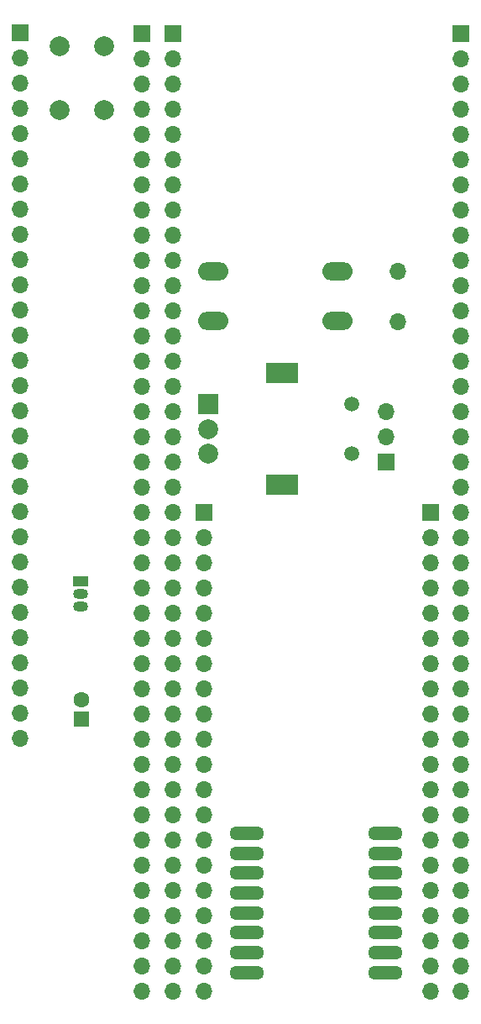
<source format=gbs>
G04 #@! TF.GenerationSoftware,KiCad,Pcbnew,7.0.7*
G04 #@! TF.CreationDate,2023-10-26T11:16:57-04:00*
G04 #@! TF.ProjectId,sensor_node,73656e73-6f72-45f6-9e6f-64652e6b6963,rev?*
G04 #@! TF.SameCoordinates,Original*
G04 #@! TF.FileFunction,Soldermask,Bot*
G04 #@! TF.FilePolarity,Negative*
%FSLAX46Y46*%
G04 Gerber Fmt 4.6, Leading zero omitted, Abs format (unit mm)*
G04 Created by KiCad (PCBNEW 7.0.7) date 2023-10-26 11:16:57*
%MOMM*%
%LPD*%
G01*
G04 APERTURE LIST*
%ADD10C,1.500000*%
%ADD11R,2.000000X2.000000*%
%ADD12C,2.000000*%
%ADD13R,3.200000X2.000000*%
%ADD14R,1.700000X1.700000*%
%ADD15O,1.700000X1.700000*%
%ADD16O,3.500000X1.350000*%
%ADD17R,1.600000X1.600000*%
%ADD18C,1.600000*%
%ADD19R,1.500000X1.050000*%
%ADD20O,1.500000X1.050000*%
%ADD21O,3.048000X1.850000*%
G04 APERTURE END LIST*
D10*
X126982000Y-93676000D03*
X126982000Y-98676000D03*
D11*
X112482000Y-93676000D03*
D12*
X112482000Y-98676000D03*
X112482000Y-96176000D03*
D13*
X119982000Y-90576000D03*
X119982000Y-101776000D03*
D14*
X130407000Y-99526000D03*
D15*
X130407000Y-96986000D03*
X130407000Y-94446000D03*
D16*
X130382000Y-150951000D03*
X130382000Y-148951000D03*
X130382000Y-146951000D03*
X130382000Y-144951000D03*
X130382000Y-142951000D03*
X130382000Y-140951000D03*
X130382000Y-138951000D03*
X130382000Y-136951000D03*
X116388000Y-150951000D03*
X116388000Y-148951000D03*
X116388000Y-146951000D03*
X116388000Y-144951000D03*
X116388000Y-142951000D03*
X116388000Y-140951000D03*
X116388000Y-138951000D03*
X116388000Y-136951000D03*
D14*
X108957000Y-56326000D03*
D15*
X108957000Y-58866000D03*
X108957000Y-61406000D03*
X108957000Y-63946000D03*
X108957000Y-66486000D03*
X108957000Y-69026000D03*
X108957000Y-71566000D03*
X108957000Y-74106000D03*
X108957000Y-76646000D03*
X108957000Y-79186000D03*
X108957000Y-81726000D03*
X108957000Y-84266000D03*
X108957000Y-86806000D03*
X108957000Y-89346000D03*
X108957000Y-91886000D03*
X108957000Y-94426000D03*
X108957000Y-96966000D03*
X108957000Y-99506000D03*
X108957000Y-102046000D03*
X108957000Y-104586000D03*
X108957000Y-107126000D03*
X108957000Y-109666000D03*
X108957000Y-112206000D03*
X108957000Y-114746000D03*
X108957000Y-117286000D03*
X108957000Y-119826000D03*
X108957000Y-122366000D03*
X108957000Y-124906000D03*
X108957000Y-127446000D03*
X108957000Y-129986000D03*
X108957000Y-132526000D03*
X108957000Y-135066000D03*
X108957000Y-137606000D03*
X108957000Y-140146000D03*
X108957000Y-142686000D03*
X108957000Y-145226000D03*
X108957000Y-147766000D03*
X108957000Y-150306000D03*
X108957000Y-152846000D03*
D14*
X137982000Y-56326000D03*
D15*
X137982000Y-58866000D03*
X137982000Y-61406000D03*
X137982000Y-63946000D03*
X137982000Y-66486000D03*
X137982000Y-69026000D03*
X137982000Y-71566000D03*
X137982000Y-74106000D03*
X137982000Y-76646000D03*
X137982000Y-79186000D03*
X137982000Y-81726000D03*
X137982000Y-84266000D03*
X137982000Y-86806000D03*
X137982000Y-89346000D03*
X137982000Y-91886000D03*
X137982000Y-94426000D03*
X137982000Y-96966000D03*
X137982000Y-99506000D03*
X137982000Y-102046000D03*
X137982000Y-104586000D03*
X137982000Y-107126000D03*
X137982000Y-109666000D03*
X137982000Y-112206000D03*
X137982000Y-114746000D03*
X137982000Y-117286000D03*
X137982000Y-119826000D03*
X137982000Y-122366000D03*
X137982000Y-124906000D03*
X137982000Y-127446000D03*
X137982000Y-129986000D03*
X137982000Y-132526000D03*
X137982000Y-135066000D03*
X137982000Y-137606000D03*
X137982000Y-140146000D03*
X137982000Y-142686000D03*
X137982000Y-145226000D03*
X137982000Y-147766000D03*
X137982000Y-150306000D03*
X137982000Y-152846000D03*
D17*
X99732000Y-125431113D03*
D18*
X99732000Y-123431113D03*
D14*
X105782000Y-56300000D03*
D15*
X105782000Y-58840000D03*
X105782000Y-61380000D03*
X105782000Y-63920000D03*
X105782000Y-66460000D03*
X105782000Y-69000000D03*
X105782000Y-71540000D03*
X105782000Y-74080000D03*
X105782000Y-76620000D03*
X105782000Y-79160000D03*
X105782000Y-81700000D03*
X105782000Y-84240000D03*
X105782000Y-86780000D03*
X105782000Y-89320000D03*
X105782000Y-91860000D03*
X105782000Y-94400000D03*
X105782000Y-96940000D03*
X105782000Y-99480000D03*
X105782000Y-102020000D03*
X105782000Y-104560000D03*
X105782000Y-107100000D03*
X105782000Y-109640000D03*
X105782000Y-112180000D03*
X105782000Y-114720000D03*
X105782000Y-117260000D03*
X105782000Y-119800000D03*
X105782000Y-122340000D03*
X105782000Y-124880000D03*
X105782000Y-127420000D03*
X105782000Y-129960000D03*
X105782000Y-132500000D03*
X105782000Y-135040000D03*
X105782000Y-137580000D03*
X105782000Y-140120000D03*
X105782000Y-142660000D03*
X105782000Y-145200000D03*
X105782000Y-147740000D03*
X105782000Y-150280000D03*
X105782000Y-152820000D03*
D12*
X97532000Y-64076000D03*
X97532000Y-57576000D03*
X102032000Y-64076000D03*
X102032000Y-57576000D03*
D14*
X93500000Y-56276000D03*
D15*
X93500000Y-58816000D03*
X93500000Y-61356000D03*
X93500000Y-63896000D03*
X93500000Y-66436000D03*
X93500000Y-68976000D03*
X93500000Y-71516000D03*
X93500000Y-74056000D03*
X93500000Y-76596000D03*
X93500000Y-79136000D03*
X93500000Y-81676000D03*
X93500000Y-84216000D03*
X93500000Y-86756000D03*
X93500000Y-89296000D03*
X93500000Y-91836000D03*
X93500000Y-94376000D03*
X93500000Y-96916000D03*
X93500000Y-99456000D03*
X93500000Y-101996000D03*
X93500000Y-104536000D03*
X93500000Y-107076000D03*
X93500000Y-109616000D03*
X93500000Y-112156000D03*
X93500000Y-114696000D03*
X93500000Y-117236000D03*
X93500000Y-119776000D03*
X93500000Y-122316000D03*
X93500000Y-124856000D03*
X93500000Y-127396000D03*
D14*
X112047000Y-104566000D03*
D15*
X112047000Y-107106000D03*
X112047000Y-109646000D03*
X112047000Y-112186000D03*
X112047000Y-114726000D03*
X112047000Y-117266000D03*
X112047000Y-119806000D03*
X112047000Y-122346000D03*
X112047000Y-124886000D03*
X112047000Y-127426000D03*
X112047000Y-129966000D03*
X112047000Y-132506000D03*
X112047000Y-135046000D03*
X112047000Y-137586000D03*
X112047000Y-140126000D03*
X112047000Y-142666000D03*
X112047000Y-145206000D03*
X112047000Y-147746000D03*
X112047000Y-150286000D03*
X112047000Y-152826000D03*
D14*
X134907000Y-104566000D03*
D15*
X134907000Y-107106000D03*
X134907000Y-109646000D03*
X134907000Y-112186000D03*
X134907000Y-114726000D03*
X134907000Y-117266000D03*
X134907000Y-119806000D03*
X134907000Y-122346000D03*
X134907000Y-124886000D03*
X134907000Y-127426000D03*
X134907000Y-129966000D03*
X134907000Y-132506000D03*
X134907000Y-135046000D03*
X134907000Y-137586000D03*
X134907000Y-140126000D03*
X134907000Y-142666000D03*
X134907000Y-145206000D03*
X134907000Y-147746000D03*
X134907000Y-150286000D03*
X134907000Y-152826000D03*
D19*
X99600000Y-111560000D03*
D20*
X99600000Y-112830000D03*
X99600000Y-114100000D03*
D15*
X131622000Y-85366000D03*
X131622000Y-80286000D03*
D21*
X113032000Y-80326000D03*
X125532000Y-80326000D03*
X113032000Y-85326000D03*
X125532000Y-85326000D03*
M02*

</source>
